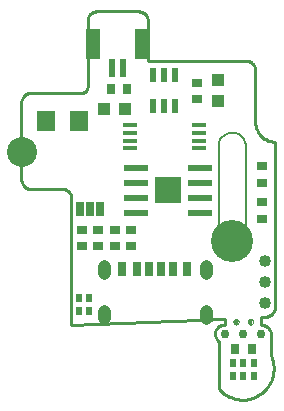
<source format=gts>
G75*
G70*
%OFA0B0*%
%FSLAX24Y24*%
%IPPOS*%
%LPD*%
%AMOC8*
5,1,8,0,0,1.08239X$1,22.5*
%
%ADD10C,0.0050*%
%ADD11C,0.0100*%
%ADD12C,0.0000*%
%ADD13C,0.0180*%
%ADD14R,0.0630X0.0709*%
%ADD15R,0.0433X0.0394*%
%ADD16R,0.0394X0.0433*%
%ADD17R,0.0354X0.0250*%
%ADD18R,0.0250X0.0354*%
%ADD19R,0.0810X0.0240*%
%ADD20R,0.0900X0.0900*%
%ADD21R,0.0217X0.0472*%
%ADD22R,0.0472X0.0138*%
%ADD23R,0.0315X0.0472*%
%ADD24R,0.0299X0.0472*%
%ADD25C,0.0004*%
%ADD26C,0.0433*%
%ADD27R,0.0250X0.0500*%
%ADD28C,0.0400*%
%ADD29C,0.0300*%
%ADD30R,0.0236X0.0610*%
%ADD31R,0.0480X0.1000*%
%ADD32R,0.0236X0.0315*%
%ADD33C,0.1000*%
%ADD34C,0.1400*%
D10*
X007158Y005886D02*
X007158Y008596D01*
X007160Y008637D01*
X007165Y008677D01*
X007174Y008717D01*
X007187Y008756D01*
X007203Y008793D01*
X007222Y008829D01*
X007245Y008863D01*
X007270Y008895D01*
X007299Y008925D01*
X007329Y008952D01*
X007362Y008976D01*
X007397Y008997D01*
X007434Y009014D01*
X007472Y009029D01*
X007512Y009040D01*
X007552Y009047D01*
X007593Y009051D01*
X007633Y009051D01*
X007674Y009047D01*
X007714Y009040D01*
X007754Y009029D01*
X007792Y009014D01*
X007829Y008997D01*
X007864Y008976D01*
X007897Y008952D01*
X007927Y008925D01*
X007956Y008895D01*
X007981Y008863D01*
X008004Y008829D01*
X008023Y008793D01*
X008039Y008756D01*
X008052Y008717D01*
X008061Y008677D01*
X008066Y008637D01*
X008068Y008596D01*
X008068Y005886D01*
X008066Y005845D01*
X008061Y005805D01*
X008052Y005765D01*
X008039Y005726D01*
X008023Y005689D01*
X008004Y005653D01*
X007981Y005619D01*
X007956Y005587D01*
X007927Y005557D01*
X007897Y005530D01*
X007864Y005506D01*
X007829Y005485D01*
X007792Y005468D01*
X007754Y005453D01*
X007714Y005442D01*
X007674Y005435D01*
X007633Y005431D01*
X007593Y005431D01*
X007552Y005435D01*
X007512Y005442D01*
X007472Y005453D01*
X007434Y005468D01*
X007397Y005485D01*
X007362Y005506D01*
X007329Y005530D01*
X007299Y005557D01*
X007270Y005587D01*
X007245Y005619D01*
X007222Y005653D01*
X007203Y005689D01*
X007187Y005726D01*
X007174Y005765D01*
X007165Y005805D01*
X007160Y005845D01*
X007158Y005886D01*
D11*
X007364Y002832D02*
X002254Y002646D01*
X002254Y006898D01*
X002248Y006931D01*
X002239Y006963D01*
X002226Y006994D01*
X002210Y007023D01*
X002192Y007050D01*
X002170Y007076D01*
X002146Y007099D01*
X002120Y007119D01*
X002092Y007137D01*
X002062Y007151D01*
X002031Y007162D01*
X001999Y007170D01*
X001966Y007175D01*
X001933Y007176D01*
X001900Y007174D01*
X001899Y007174D02*
X000904Y007174D01*
X000871Y007176D01*
X000839Y007181D01*
X000807Y007189D01*
X000776Y007201D01*
X000747Y007216D01*
X000719Y007234D01*
X000693Y007255D01*
X000670Y007278D01*
X000649Y007304D01*
X000631Y007331D01*
X000616Y007361D01*
X000604Y007392D01*
X000596Y007424D01*
X000591Y007456D01*
X000589Y007489D01*
X000589Y010062D01*
X000591Y010095D01*
X000596Y010127D01*
X000604Y010159D01*
X000616Y010190D01*
X000631Y010219D01*
X000649Y010247D01*
X000670Y010273D01*
X000693Y010296D01*
X000719Y010317D01*
X000747Y010335D01*
X000776Y010350D01*
X000807Y010362D01*
X000839Y010370D01*
X000871Y010375D01*
X000904Y010377D01*
X002595Y010377D01*
X002595Y010376D02*
X002621Y010378D01*
X002646Y010383D01*
X002670Y010391D01*
X002693Y010402D01*
X002715Y010417D01*
X002734Y010434D01*
X002751Y010453D01*
X002766Y010474D01*
X002777Y010498D01*
X002785Y010522D01*
X002790Y010547D01*
X002792Y010573D01*
X002792Y012782D01*
X002794Y012815D01*
X002799Y012847D01*
X002807Y012879D01*
X002819Y012910D01*
X002834Y012939D01*
X002852Y012967D01*
X002873Y012993D01*
X002896Y013016D01*
X002922Y013037D01*
X002950Y013055D01*
X002979Y013070D01*
X003010Y013082D01*
X003042Y013090D01*
X003074Y013095D01*
X003107Y013097D01*
X004489Y013097D01*
X004522Y013095D01*
X004554Y013090D01*
X004586Y013082D01*
X004617Y013070D01*
X004646Y013055D01*
X004674Y013037D01*
X004700Y013016D01*
X004723Y012993D01*
X004744Y012967D01*
X004762Y012939D01*
X004777Y012910D01*
X004789Y012879D01*
X004797Y012847D01*
X004802Y012815D01*
X004804Y012782D01*
X004804Y011456D01*
X008073Y011456D01*
X008073Y011455D02*
X008108Y011452D01*
X008142Y011444D01*
X008175Y011433D01*
X008207Y011419D01*
X008237Y011401D01*
X008265Y011380D01*
X008291Y011356D01*
X008315Y011330D01*
X008335Y011302D01*
X008352Y011271D01*
X008367Y011239D01*
X008377Y011206D01*
X008384Y011171D01*
X008388Y011136D01*
X008387Y011101D01*
X008388Y011101D02*
X008388Y009382D01*
X008387Y009381D02*
X008391Y009333D01*
X008397Y009285D01*
X008408Y009237D01*
X008422Y009191D01*
X008439Y009145D01*
X008460Y009101D01*
X008484Y009059D01*
X008511Y009019D01*
X008541Y008981D01*
X008574Y008945D01*
X008610Y008911D01*
X008647Y008881D01*
X008687Y008853D01*
X008729Y008828D01*
X008773Y008807D01*
X008818Y008789D01*
X008864Y008774D01*
X008912Y008763D01*
X008960Y008756D01*
X009008Y008752D01*
X009057Y008751D01*
X009057Y008752D02*
X009057Y003294D01*
X009055Y003255D01*
X009049Y003217D01*
X009040Y003180D01*
X009027Y003143D01*
X009010Y003108D01*
X008991Y003075D01*
X008968Y003044D01*
X008942Y003015D01*
X008913Y002989D01*
X008882Y002966D01*
X008849Y002947D01*
X008814Y002930D01*
X008777Y002917D01*
X008740Y002908D01*
X008702Y002902D01*
X008663Y002900D01*
X008663Y002901D02*
X008585Y002901D01*
X008585Y002646D01*
X008618Y002644D01*
X008650Y002639D01*
X008682Y002631D01*
X008713Y002619D01*
X008742Y002604D01*
X008770Y002586D01*
X008796Y002565D01*
X008819Y002542D01*
X008840Y002516D01*
X008858Y002488D01*
X008873Y002459D01*
X008885Y002428D01*
X008893Y002396D01*
X008898Y002364D01*
X008900Y002331D01*
X008900Y001623D01*
X008925Y001565D01*
X008947Y001505D01*
X008964Y001444D01*
X008978Y001382D01*
X008988Y001320D01*
X008995Y001257D01*
X008997Y001193D01*
X008995Y001130D01*
X008990Y001066D01*
X008981Y001004D01*
X008968Y000942D01*
X008951Y000880D01*
X008930Y000820D01*
X008906Y000762D01*
X008878Y000705D01*
X008847Y000649D01*
X008813Y000596D01*
X008775Y000545D01*
X008734Y000496D01*
X008690Y000450D01*
X008644Y000407D01*
X008595Y000367D01*
X008544Y000329D01*
X008490Y000295D01*
X008435Y000265D01*
X008377Y000237D01*
X008318Y000214D01*
X008258Y000194D01*
X008197Y000177D01*
X008135Y000165D01*
X008072Y000156D01*
X008009Y000151D01*
X007945Y000150D01*
X007882Y000153D01*
X007819Y000160D01*
X007756Y000170D01*
X007694Y000185D01*
X007633Y000203D01*
X007574Y000225D01*
X007516Y000251D01*
X007459Y000280D01*
X007405Y000312D01*
X007352Y000348D01*
X007302Y000387D01*
X007254Y000428D01*
X007209Y000473D01*
X007167Y000520D01*
X007167Y002095D01*
X007168Y002096D02*
X007141Y002117D01*
X007116Y002141D01*
X007095Y002168D01*
X007076Y002197D01*
X007061Y002228D01*
X007050Y002260D01*
X007042Y002293D01*
X007038Y002328D01*
X007039Y002362D01*
X007043Y002396D01*
X007050Y002430D01*
X007062Y002462D01*
X007077Y002493D01*
X007096Y002522D01*
X007117Y002548D01*
X007142Y002572D01*
X007169Y002593D01*
X007198Y002611D01*
X007229Y002626D01*
X007262Y002637D01*
X007296Y002644D01*
X007330Y002647D01*
X007364Y002646D01*
X007364Y002832D01*
D12*
X007650Y002746D02*
X007652Y002765D01*
X007658Y002783D01*
X007667Y002799D01*
X007680Y002813D01*
X007695Y002824D01*
X007712Y002832D01*
X007731Y002836D01*
X007749Y002836D01*
X007768Y002832D01*
X007785Y002824D01*
X007800Y002813D01*
X007813Y002799D01*
X007822Y002783D01*
X007828Y002765D01*
X007830Y002746D01*
X007828Y002727D01*
X007822Y002709D01*
X007813Y002693D01*
X007800Y002679D01*
X007785Y002668D01*
X007768Y002660D01*
X007749Y002656D01*
X007731Y002656D01*
X007712Y002660D01*
X007695Y002668D01*
X007680Y002679D01*
X007667Y002693D01*
X007658Y002709D01*
X007652Y002727D01*
X007650Y002746D01*
X008130Y002746D02*
X008132Y002765D01*
X008138Y002783D01*
X008147Y002799D01*
X008160Y002813D01*
X008175Y002824D01*
X008192Y002832D01*
X008211Y002836D01*
X008229Y002836D01*
X008248Y002832D01*
X008265Y002824D01*
X008280Y002813D01*
X008293Y002799D01*
X008302Y002783D01*
X008308Y002765D01*
X008310Y002746D01*
X008308Y002727D01*
X008302Y002709D01*
X008293Y002693D01*
X008280Y002679D01*
X008265Y002668D01*
X008248Y002660D01*
X008229Y002656D01*
X008211Y002656D01*
X008192Y002660D01*
X008175Y002668D01*
X008160Y002679D01*
X008147Y002693D01*
X008138Y002709D01*
X008132Y002727D01*
X008130Y002746D01*
D13*
X008220Y002746D03*
X007740Y002746D03*
D14*
X002496Y009426D03*
X001414Y009426D03*
D15*
X007150Y010092D03*
X007150Y010801D03*
D16*
X004056Y009846D03*
X003347Y009846D03*
D17*
X003150Y005820D03*
X003150Y005273D03*
X003700Y005273D03*
X003700Y005820D03*
X004250Y005820D03*
X004250Y005273D03*
X002600Y005273D03*
X002600Y005820D03*
X006433Y010173D03*
X006433Y010720D03*
X008600Y007937D03*
X008600Y007390D03*
X008600Y006737D03*
X008600Y006190D03*
D18*
X008261Y001846D03*
X007714Y001846D03*
X004117Y010496D03*
X003570Y010496D03*
D19*
X004410Y007880D03*
X004410Y007380D03*
X004410Y006880D03*
X004410Y006380D03*
X006530Y006380D03*
X006530Y006880D03*
X006530Y007380D03*
X006530Y007880D03*
D20*
X005470Y007130D03*
D21*
X005350Y009934D03*
X004976Y009934D03*
X004976Y010958D03*
X005350Y010958D03*
X005724Y010958D03*
X005724Y009934D03*
D22*
X006502Y009301D03*
X006502Y009045D03*
X006502Y008789D03*
X006502Y008533D03*
X004198Y008533D03*
X004198Y008789D03*
X004198Y009045D03*
X004198Y009301D03*
D23*
X004438Y004504D03*
X003954Y004504D03*
X005635Y004504D03*
X006119Y004504D03*
D24*
X005233Y004504D03*
X004840Y004504D03*
D25*
X003454Y004600D02*
X003454Y004356D01*
X003452Y004336D01*
X003447Y004316D01*
X003438Y004297D01*
X003426Y004280D01*
X003412Y004266D01*
X003395Y004254D01*
X003376Y004245D01*
X003356Y004240D01*
X003336Y004238D01*
X003316Y004240D01*
X003296Y004245D01*
X003277Y004254D01*
X003260Y004266D01*
X003246Y004280D01*
X003234Y004297D01*
X003225Y004316D01*
X003220Y004336D01*
X003218Y004356D01*
X003218Y004600D01*
X003220Y004620D01*
X003225Y004640D01*
X003234Y004659D01*
X003246Y004676D01*
X003260Y004690D01*
X003277Y004702D01*
X003296Y004711D01*
X003316Y004716D01*
X003336Y004718D01*
X003356Y004716D01*
X003376Y004711D01*
X003395Y004702D01*
X003412Y004690D01*
X003426Y004676D01*
X003438Y004659D01*
X003447Y004640D01*
X003452Y004620D01*
X003454Y004600D01*
X003454Y003104D02*
X003454Y002860D01*
X003452Y002840D01*
X003447Y002820D01*
X003438Y002801D01*
X003426Y002784D01*
X003412Y002770D01*
X003395Y002758D01*
X003376Y002749D01*
X003356Y002744D01*
X003336Y002742D01*
X003316Y002744D01*
X003296Y002749D01*
X003277Y002758D01*
X003260Y002770D01*
X003246Y002784D01*
X003234Y002801D01*
X003225Y002820D01*
X003220Y002840D01*
X003218Y002860D01*
X003218Y003104D01*
X003220Y003124D01*
X003225Y003144D01*
X003234Y003163D01*
X003246Y003180D01*
X003260Y003194D01*
X003277Y003206D01*
X003296Y003215D01*
X003316Y003220D01*
X003336Y003222D01*
X003356Y003220D01*
X003376Y003215D01*
X003395Y003206D01*
X003412Y003194D01*
X003426Y003180D01*
X003438Y003163D01*
X003447Y003144D01*
X003452Y003124D01*
X003454Y003104D01*
X006619Y003104D02*
X006619Y002860D01*
X006621Y002840D01*
X006626Y002820D01*
X006635Y002801D01*
X006647Y002784D01*
X006661Y002770D01*
X006678Y002758D01*
X006697Y002749D01*
X006717Y002744D01*
X006737Y002742D01*
X006757Y002744D01*
X006777Y002749D01*
X006796Y002758D01*
X006813Y002770D01*
X006827Y002784D01*
X006839Y002801D01*
X006848Y002820D01*
X006853Y002840D01*
X006855Y002860D01*
X006855Y003104D01*
X006853Y003124D01*
X006848Y003144D01*
X006839Y003163D01*
X006827Y003180D01*
X006813Y003194D01*
X006796Y003206D01*
X006777Y003215D01*
X006757Y003220D01*
X006737Y003222D01*
X006717Y003220D01*
X006697Y003215D01*
X006678Y003206D01*
X006661Y003194D01*
X006647Y003180D01*
X006635Y003163D01*
X006626Y003144D01*
X006621Y003124D01*
X006619Y003104D01*
X006619Y004356D02*
X006619Y004600D01*
X006621Y004620D01*
X006626Y004640D01*
X006635Y004659D01*
X006647Y004676D01*
X006661Y004690D01*
X006678Y004702D01*
X006697Y004711D01*
X006717Y004716D01*
X006737Y004718D01*
X006757Y004716D01*
X006777Y004711D01*
X006796Y004702D01*
X006813Y004690D01*
X006827Y004676D01*
X006839Y004659D01*
X006848Y004640D01*
X006853Y004620D01*
X006855Y004600D01*
X006855Y004356D01*
X006853Y004336D01*
X006848Y004316D01*
X006839Y004297D01*
X006827Y004280D01*
X006813Y004266D01*
X006796Y004254D01*
X006777Y004245D01*
X006757Y004240D01*
X006737Y004238D01*
X006717Y004240D01*
X006697Y004245D01*
X006678Y004254D01*
X006661Y004266D01*
X006647Y004280D01*
X006635Y004297D01*
X006626Y004316D01*
X006621Y004336D01*
X006619Y004356D01*
D26*
X006737Y004594D02*
X006737Y004594D01*
X006737Y004358D01*
X006737Y004358D01*
X006737Y004594D01*
X006737Y003098D02*
X006737Y003098D01*
X006737Y002862D01*
X006737Y002862D01*
X006737Y003098D01*
X003336Y003098D02*
X003336Y003098D01*
X003336Y002862D01*
X003336Y002862D01*
X003336Y003098D01*
X003336Y004594D02*
X003336Y004594D01*
X003336Y004358D01*
X003336Y004358D01*
X003336Y004594D01*
D27*
X003195Y006521D03*
X002875Y006521D03*
X002555Y006521D03*
D28*
X008700Y004784D03*
X008700Y004084D03*
X008700Y003384D03*
D29*
X008587Y002346D03*
X007987Y002346D03*
X007387Y002346D03*
D30*
X003990Y011202D03*
X003597Y011202D03*
D31*
X002985Y011996D03*
X004602Y011996D03*
D32*
X002850Y003525D03*
X002500Y003525D03*
X002500Y003092D03*
X002850Y003092D03*
X007637Y001363D03*
X007987Y001363D03*
X008337Y001363D03*
X008337Y000930D03*
X007987Y000930D03*
X007637Y000930D03*
D33*
X000600Y008396D03*
D34*
X007615Y005436D03*
M02*

</source>
